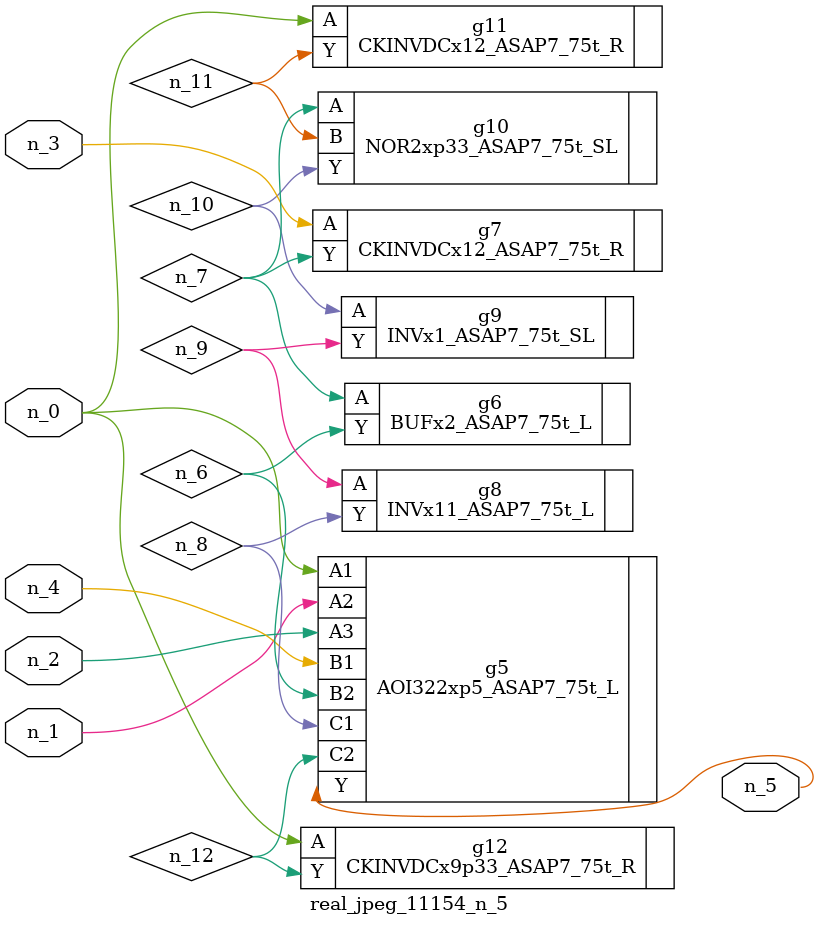
<source format=v>
module real_jpeg_11154_n_5 (n_4, n_0, n_1, n_2, n_3, n_5);

input n_4;
input n_0;
input n_1;
input n_2;
input n_3;

output n_5;

wire n_12;
wire n_8;
wire n_11;
wire n_6;
wire n_7;
wire n_10;
wire n_9;

AOI322xp5_ASAP7_75t_L g5 ( 
.A1(n_0),
.A2(n_1),
.A3(n_2),
.B1(n_4),
.B2(n_6),
.C1(n_8),
.C2(n_12),
.Y(n_5)
);

CKINVDCx12_ASAP7_75t_R g11 ( 
.A(n_0),
.Y(n_11)
);

CKINVDCx9p33_ASAP7_75t_R g12 ( 
.A(n_0),
.Y(n_12)
);

CKINVDCx12_ASAP7_75t_R g7 ( 
.A(n_3),
.Y(n_7)
);

BUFx2_ASAP7_75t_L g6 ( 
.A(n_7),
.Y(n_6)
);

NOR2xp33_ASAP7_75t_SL g10 ( 
.A(n_7),
.B(n_11),
.Y(n_10)
);

INVx11_ASAP7_75t_L g8 ( 
.A(n_9),
.Y(n_8)
);

INVx1_ASAP7_75t_SL g9 ( 
.A(n_10),
.Y(n_9)
);


endmodule
</source>
